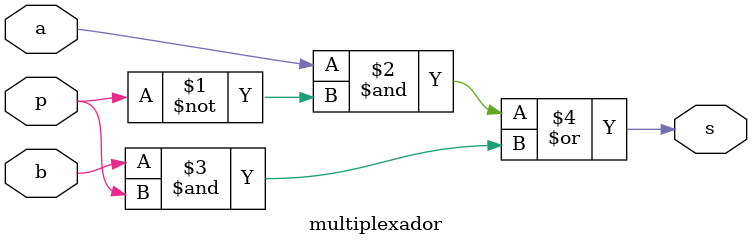
<source format=v>
module multiplexador (a, b, p, s);
    // Descrição das entradas e saídas
    input  a, b;   // a e b são entradas de 8-bits
    input  p;            // p é entrada de 1-bit
    output  s;     // s é uma saída de 8-bits

    // Implementação do multiplexador
    assign s = a&(~p) | b&(p);
endmodule
</source>
